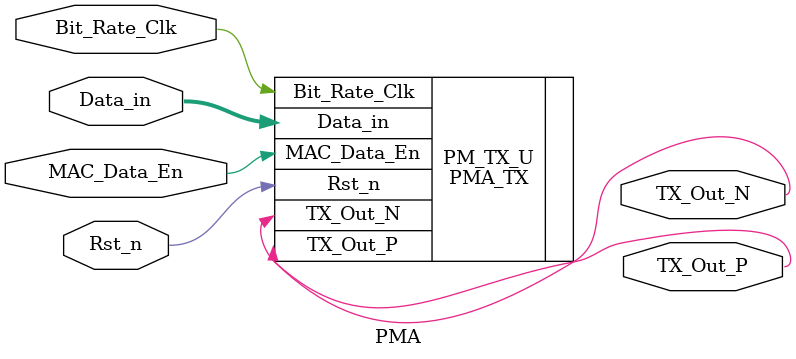
<source format=v>
module PMA
(
     input                    Bit_Rate_Clk    ,
     input                    Rst_n           ,
     input [9:0]              Data_in         , 
     input                    MAC_Data_En     ,


     output                   TX_Out_P        ,
     output                   TX_Out_N   	  
);



PMA_TX #(.DATA_WIDTH(10))  PM_TX_U 
  (
    .Bit_Rate_Clk (Bit_Rate_Clk)    ,
    .Rst_n        (Rst_n)           ,
    .Data_in      (Data_in)         , 
    .MAC_Data_En  (MAC_Data_En)     , 
    .TX_Out_P     (TX_Out_P)        ,
    .TX_Out_N     (TX_Out_N)              
  );





endmodule
</source>
